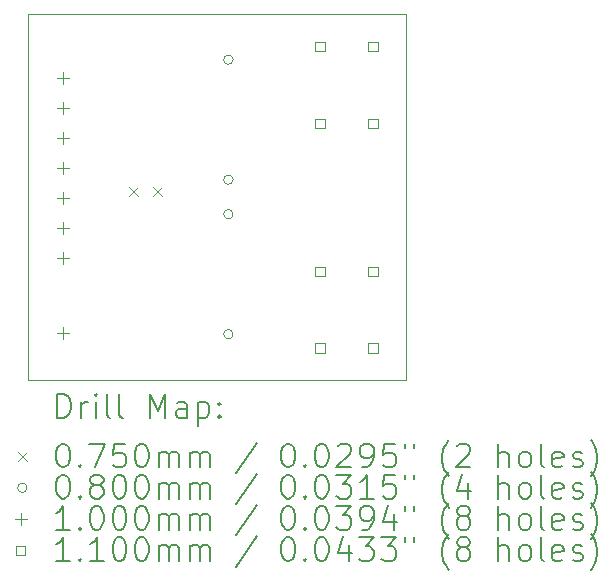
<source format=gbr>
%FSLAX45Y45*%
G04 Gerber Fmt 4.5, Leading zero omitted, Abs format (unit mm)*
G04 Created by KiCad (PCBNEW 6.0.2+dfsg-1) date 2022-12-03 12:38:54*
%MOMM*%
%LPD*%
G01*
G04 APERTURE LIST*
%TA.AperFunction,Profile*%
%ADD10C,0.100000*%
%TD*%
%ADD11C,0.200000*%
%ADD12C,0.075000*%
%ADD13C,0.080000*%
%ADD14C,0.100000*%
%ADD15C,0.110000*%
G04 APERTURE END LIST*
D10*
X13200000Y-6300000D02*
X16400000Y-6300000D01*
X16400000Y-6300000D02*
X16400000Y-9400000D01*
X16400000Y-9400000D02*
X13200000Y-9400000D01*
X13200000Y-9400000D02*
X13200000Y-6300000D01*
D11*
D12*
X14062500Y-7762500D02*
X14137500Y-7837500D01*
X14137500Y-7762500D02*
X14062500Y-7837500D01*
X14262500Y-7762500D02*
X14337500Y-7837500D01*
X14337500Y-7762500D02*
X14262500Y-7837500D01*
D13*
X14940000Y-6684000D02*
G75*
G03*
X14940000Y-6684000I-40000J0D01*
G01*
X14940000Y-7700000D02*
G75*
G03*
X14940000Y-7700000I-40000J0D01*
G01*
X14940000Y-7992000D02*
G75*
G03*
X14940000Y-7992000I-40000J0D01*
G01*
X14940000Y-9008000D02*
G75*
G03*
X14940000Y-9008000I-40000J0D01*
G01*
D14*
X13500000Y-6787500D02*
X13500000Y-6887500D01*
X13450000Y-6837500D02*
X13550000Y-6837500D01*
X13500000Y-7041500D02*
X13500000Y-7141500D01*
X13450000Y-7091500D02*
X13550000Y-7091500D01*
X13500000Y-7295500D02*
X13500000Y-7395500D01*
X13450000Y-7345500D02*
X13550000Y-7345500D01*
X13500000Y-7549500D02*
X13500000Y-7649500D01*
X13450000Y-7599500D02*
X13550000Y-7599500D01*
X13500000Y-7803500D02*
X13500000Y-7903500D01*
X13450000Y-7853500D02*
X13550000Y-7853500D01*
X13500000Y-8057500D02*
X13500000Y-8157500D01*
X13450000Y-8107500D02*
X13550000Y-8107500D01*
X13500000Y-8311500D02*
X13500000Y-8411500D01*
X13450000Y-8361500D02*
X13550000Y-8361500D01*
X13500000Y-8950000D02*
X13500000Y-9050000D01*
X13450000Y-9000000D02*
X13550000Y-9000000D01*
D15*
X15713891Y-6613891D02*
X15713891Y-6536109D01*
X15636109Y-6536109D01*
X15636109Y-6613891D01*
X15713891Y-6613891D01*
X15713891Y-7263891D02*
X15713891Y-7186109D01*
X15636109Y-7186109D01*
X15636109Y-7263891D01*
X15713891Y-7263891D01*
X15713891Y-8513891D02*
X15713891Y-8436109D01*
X15636109Y-8436109D01*
X15636109Y-8513891D01*
X15713891Y-8513891D01*
X15713891Y-9163891D02*
X15713891Y-9086109D01*
X15636109Y-9086109D01*
X15636109Y-9163891D01*
X15713891Y-9163891D01*
X16163891Y-6613891D02*
X16163891Y-6536109D01*
X16086109Y-6536109D01*
X16086109Y-6613891D01*
X16163891Y-6613891D01*
X16163891Y-7263891D02*
X16163891Y-7186109D01*
X16086109Y-7186109D01*
X16086109Y-7263891D01*
X16163891Y-7263891D01*
X16163891Y-8513891D02*
X16163891Y-8436109D01*
X16086109Y-8436109D01*
X16086109Y-8513891D01*
X16163891Y-8513891D01*
X16163891Y-9163891D02*
X16163891Y-9086109D01*
X16086109Y-9086109D01*
X16086109Y-9163891D01*
X16163891Y-9163891D01*
D11*
X13452619Y-9715476D02*
X13452619Y-9515476D01*
X13500238Y-9515476D01*
X13528809Y-9525000D01*
X13547857Y-9544048D01*
X13557381Y-9563095D01*
X13566905Y-9601190D01*
X13566905Y-9629762D01*
X13557381Y-9667857D01*
X13547857Y-9686905D01*
X13528809Y-9705952D01*
X13500238Y-9715476D01*
X13452619Y-9715476D01*
X13652619Y-9715476D02*
X13652619Y-9582143D01*
X13652619Y-9620238D02*
X13662143Y-9601190D01*
X13671667Y-9591667D01*
X13690714Y-9582143D01*
X13709762Y-9582143D01*
X13776428Y-9715476D02*
X13776428Y-9582143D01*
X13776428Y-9515476D02*
X13766905Y-9525000D01*
X13776428Y-9534524D01*
X13785952Y-9525000D01*
X13776428Y-9515476D01*
X13776428Y-9534524D01*
X13900238Y-9715476D02*
X13881190Y-9705952D01*
X13871667Y-9686905D01*
X13871667Y-9515476D01*
X14005000Y-9715476D02*
X13985952Y-9705952D01*
X13976428Y-9686905D01*
X13976428Y-9515476D01*
X14233571Y-9715476D02*
X14233571Y-9515476D01*
X14300238Y-9658333D01*
X14366905Y-9515476D01*
X14366905Y-9715476D01*
X14547857Y-9715476D02*
X14547857Y-9610714D01*
X14538333Y-9591667D01*
X14519286Y-9582143D01*
X14481190Y-9582143D01*
X14462143Y-9591667D01*
X14547857Y-9705952D02*
X14528809Y-9715476D01*
X14481190Y-9715476D01*
X14462143Y-9705952D01*
X14452619Y-9686905D01*
X14452619Y-9667857D01*
X14462143Y-9648810D01*
X14481190Y-9639286D01*
X14528809Y-9639286D01*
X14547857Y-9629762D01*
X14643095Y-9582143D02*
X14643095Y-9782143D01*
X14643095Y-9591667D02*
X14662143Y-9582143D01*
X14700238Y-9582143D01*
X14719286Y-9591667D01*
X14728809Y-9601190D01*
X14738333Y-9620238D01*
X14738333Y-9677381D01*
X14728809Y-9696429D01*
X14719286Y-9705952D01*
X14700238Y-9715476D01*
X14662143Y-9715476D01*
X14643095Y-9705952D01*
X14824048Y-9696429D02*
X14833571Y-9705952D01*
X14824048Y-9715476D01*
X14814524Y-9705952D01*
X14824048Y-9696429D01*
X14824048Y-9715476D01*
X14824048Y-9591667D02*
X14833571Y-9601190D01*
X14824048Y-9610714D01*
X14814524Y-9601190D01*
X14824048Y-9591667D01*
X14824048Y-9610714D01*
D12*
X13120000Y-10007500D02*
X13195000Y-10082500D01*
X13195000Y-10007500D02*
X13120000Y-10082500D01*
D11*
X13490714Y-9935476D02*
X13509762Y-9935476D01*
X13528809Y-9945000D01*
X13538333Y-9954524D01*
X13547857Y-9973571D01*
X13557381Y-10011667D01*
X13557381Y-10059286D01*
X13547857Y-10097381D01*
X13538333Y-10116429D01*
X13528809Y-10125952D01*
X13509762Y-10135476D01*
X13490714Y-10135476D01*
X13471667Y-10125952D01*
X13462143Y-10116429D01*
X13452619Y-10097381D01*
X13443095Y-10059286D01*
X13443095Y-10011667D01*
X13452619Y-9973571D01*
X13462143Y-9954524D01*
X13471667Y-9945000D01*
X13490714Y-9935476D01*
X13643095Y-10116429D02*
X13652619Y-10125952D01*
X13643095Y-10135476D01*
X13633571Y-10125952D01*
X13643095Y-10116429D01*
X13643095Y-10135476D01*
X13719286Y-9935476D02*
X13852619Y-9935476D01*
X13766905Y-10135476D01*
X14024048Y-9935476D02*
X13928809Y-9935476D01*
X13919286Y-10030714D01*
X13928809Y-10021190D01*
X13947857Y-10011667D01*
X13995476Y-10011667D01*
X14014524Y-10021190D01*
X14024048Y-10030714D01*
X14033571Y-10049762D01*
X14033571Y-10097381D01*
X14024048Y-10116429D01*
X14014524Y-10125952D01*
X13995476Y-10135476D01*
X13947857Y-10135476D01*
X13928809Y-10125952D01*
X13919286Y-10116429D01*
X14157381Y-9935476D02*
X14176428Y-9935476D01*
X14195476Y-9945000D01*
X14205000Y-9954524D01*
X14214524Y-9973571D01*
X14224048Y-10011667D01*
X14224048Y-10059286D01*
X14214524Y-10097381D01*
X14205000Y-10116429D01*
X14195476Y-10125952D01*
X14176428Y-10135476D01*
X14157381Y-10135476D01*
X14138333Y-10125952D01*
X14128809Y-10116429D01*
X14119286Y-10097381D01*
X14109762Y-10059286D01*
X14109762Y-10011667D01*
X14119286Y-9973571D01*
X14128809Y-9954524D01*
X14138333Y-9945000D01*
X14157381Y-9935476D01*
X14309762Y-10135476D02*
X14309762Y-10002143D01*
X14309762Y-10021190D02*
X14319286Y-10011667D01*
X14338333Y-10002143D01*
X14366905Y-10002143D01*
X14385952Y-10011667D01*
X14395476Y-10030714D01*
X14395476Y-10135476D01*
X14395476Y-10030714D02*
X14405000Y-10011667D01*
X14424048Y-10002143D01*
X14452619Y-10002143D01*
X14471667Y-10011667D01*
X14481190Y-10030714D01*
X14481190Y-10135476D01*
X14576428Y-10135476D02*
X14576428Y-10002143D01*
X14576428Y-10021190D02*
X14585952Y-10011667D01*
X14605000Y-10002143D01*
X14633571Y-10002143D01*
X14652619Y-10011667D01*
X14662143Y-10030714D01*
X14662143Y-10135476D01*
X14662143Y-10030714D02*
X14671667Y-10011667D01*
X14690714Y-10002143D01*
X14719286Y-10002143D01*
X14738333Y-10011667D01*
X14747857Y-10030714D01*
X14747857Y-10135476D01*
X15138333Y-9925952D02*
X14966905Y-10183095D01*
X15395476Y-9935476D02*
X15414524Y-9935476D01*
X15433571Y-9945000D01*
X15443095Y-9954524D01*
X15452619Y-9973571D01*
X15462143Y-10011667D01*
X15462143Y-10059286D01*
X15452619Y-10097381D01*
X15443095Y-10116429D01*
X15433571Y-10125952D01*
X15414524Y-10135476D01*
X15395476Y-10135476D01*
X15376428Y-10125952D01*
X15366905Y-10116429D01*
X15357381Y-10097381D01*
X15347857Y-10059286D01*
X15347857Y-10011667D01*
X15357381Y-9973571D01*
X15366905Y-9954524D01*
X15376428Y-9945000D01*
X15395476Y-9935476D01*
X15547857Y-10116429D02*
X15557381Y-10125952D01*
X15547857Y-10135476D01*
X15538333Y-10125952D01*
X15547857Y-10116429D01*
X15547857Y-10135476D01*
X15681190Y-9935476D02*
X15700238Y-9935476D01*
X15719286Y-9945000D01*
X15728809Y-9954524D01*
X15738333Y-9973571D01*
X15747857Y-10011667D01*
X15747857Y-10059286D01*
X15738333Y-10097381D01*
X15728809Y-10116429D01*
X15719286Y-10125952D01*
X15700238Y-10135476D01*
X15681190Y-10135476D01*
X15662143Y-10125952D01*
X15652619Y-10116429D01*
X15643095Y-10097381D01*
X15633571Y-10059286D01*
X15633571Y-10011667D01*
X15643095Y-9973571D01*
X15652619Y-9954524D01*
X15662143Y-9945000D01*
X15681190Y-9935476D01*
X15824048Y-9954524D02*
X15833571Y-9945000D01*
X15852619Y-9935476D01*
X15900238Y-9935476D01*
X15919286Y-9945000D01*
X15928809Y-9954524D01*
X15938333Y-9973571D01*
X15938333Y-9992619D01*
X15928809Y-10021190D01*
X15814524Y-10135476D01*
X15938333Y-10135476D01*
X16033571Y-10135476D02*
X16071667Y-10135476D01*
X16090714Y-10125952D01*
X16100238Y-10116429D01*
X16119286Y-10087857D01*
X16128809Y-10049762D01*
X16128809Y-9973571D01*
X16119286Y-9954524D01*
X16109762Y-9945000D01*
X16090714Y-9935476D01*
X16052619Y-9935476D01*
X16033571Y-9945000D01*
X16024048Y-9954524D01*
X16014524Y-9973571D01*
X16014524Y-10021190D01*
X16024048Y-10040238D01*
X16033571Y-10049762D01*
X16052619Y-10059286D01*
X16090714Y-10059286D01*
X16109762Y-10049762D01*
X16119286Y-10040238D01*
X16128809Y-10021190D01*
X16309762Y-9935476D02*
X16214524Y-9935476D01*
X16205000Y-10030714D01*
X16214524Y-10021190D01*
X16233571Y-10011667D01*
X16281190Y-10011667D01*
X16300238Y-10021190D01*
X16309762Y-10030714D01*
X16319286Y-10049762D01*
X16319286Y-10097381D01*
X16309762Y-10116429D01*
X16300238Y-10125952D01*
X16281190Y-10135476D01*
X16233571Y-10135476D01*
X16214524Y-10125952D01*
X16205000Y-10116429D01*
X16395476Y-9935476D02*
X16395476Y-9973571D01*
X16471667Y-9935476D02*
X16471667Y-9973571D01*
X16766905Y-10211667D02*
X16757381Y-10202143D01*
X16738333Y-10173571D01*
X16728809Y-10154524D01*
X16719286Y-10125952D01*
X16709762Y-10078333D01*
X16709762Y-10040238D01*
X16719286Y-9992619D01*
X16728809Y-9964048D01*
X16738333Y-9945000D01*
X16757381Y-9916429D01*
X16766905Y-9906905D01*
X16833571Y-9954524D02*
X16843095Y-9945000D01*
X16862143Y-9935476D01*
X16909762Y-9935476D01*
X16928810Y-9945000D01*
X16938333Y-9954524D01*
X16947857Y-9973571D01*
X16947857Y-9992619D01*
X16938333Y-10021190D01*
X16824048Y-10135476D01*
X16947857Y-10135476D01*
X17185952Y-10135476D02*
X17185952Y-9935476D01*
X17271667Y-10135476D02*
X17271667Y-10030714D01*
X17262143Y-10011667D01*
X17243095Y-10002143D01*
X17214524Y-10002143D01*
X17195476Y-10011667D01*
X17185952Y-10021190D01*
X17395476Y-10135476D02*
X17376429Y-10125952D01*
X17366905Y-10116429D01*
X17357381Y-10097381D01*
X17357381Y-10040238D01*
X17366905Y-10021190D01*
X17376429Y-10011667D01*
X17395476Y-10002143D01*
X17424048Y-10002143D01*
X17443095Y-10011667D01*
X17452619Y-10021190D01*
X17462143Y-10040238D01*
X17462143Y-10097381D01*
X17452619Y-10116429D01*
X17443095Y-10125952D01*
X17424048Y-10135476D01*
X17395476Y-10135476D01*
X17576429Y-10135476D02*
X17557381Y-10125952D01*
X17547857Y-10106905D01*
X17547857Y-9935476D01*
X17728810Y-10125952D02*
X17709762Y-10135476D01*
X17671667Y-10135476D01*
X17652619Y-10125952D01*
X17643095Y-10106905D01*
X17643095Y-10030714D01*
X17652619Y-10011667D01*
X17671667Y-10002143D01*
X17709762Y-10002143D01*
X17728810Y-10011667D01*
X17738333Y-10030714D01*
X17738333Y-10049762D01*
X17643095Y-10068810D01*
X17814524Y-10125952D02*
X17833571Y-10135476D01*
X17871667Y-10135476D01*
X17890714Y-10125952D01*
X17900238Y-10106905D01*
X17900238Y-10097381D01*
X17890714Y-10078333D01*
X17871667Y-10068810D01*
X17843095Y-10068810D01*
X17824048Y-10059286D01*
X17814524Y-10040238D01*
X17814524Y-10030714D01*
X17824048Y-10011667D01*
X17843095Y-10002143D01*
X17871667Y-10002143D01*
X17890714Y-10011667D01*
X17966905Y-10211667D02*
X17976429Y-10202143D01*
X17995476Y-10173571D01*
X18005000Y-10154524D01*
X18014524Y-10125952D01*
X18024048Y-10078333D01*
X18024048Y-10040238D01*
X18014524Y-9992619D01*
X18005000Y-9964048D01*
X17995476Y-9945000D01*
X17976429Y-9916429D01*
X17966905Y-9906905D01*
D13*
X13195000Y-10309000D02*
G75*
G03*
X13195000Y-10309000I-40000J0D01*
G01*
D11*
X13490714Y-10199476D02*
X13509762Y-10199476D01*
X13528809Y-10209000D01*
X13538333Y-10218524D01*
X13547857Y-10237571D01*
X13557381Y-10275667D01*
X13557381Y-10323286D01*
X13547857Y-10361381D01*
X13538333Y-10380429D01*
X13528809Y-10389952D01*
X13509762Y-10399476D01*
X13490714Y-10399476D01*
X13471667Y-10389952D01*
X13462143Y-10380429D01*
X13452619Y-10361381D01*
X13443095Y-10323286D01*
X13443095Y-10275667D01*
X13452619Y-10237571D01*
X13462143Y-10218524D01*
X13471667Y-10209000D01*
X13490714Y-10199476D01*
X13643095Y-10380429D02*
X13652619Y-10389952D01*
X13643095Y-10399476D01*
X13633571Y-10389952D01*
X13643095Y-10380429D01*
X13643095Y-10399476D01*
X13766905Y-10285190D02*
X13747857Y-10275667D01*
X13738333Y-10266143D01*
X13728809Y-10247095D01*
X13728809Y-10237571D01*
X13738333Y-10218524D01*
X13747857Y-10209000D01*
X13766905Y-10199476D01*
X13805000Y-10199476D01*
X13824048Y-10209000D01*
X13833571Y-10218524D01*
X13843095Y-10237571D01*
X13843095Y-10247095D01*
X13833571Y-10266143D01*
X13824048Y-10275667D01*
X13805000Y-10285190D01*
X13766905Y-10285190D01*
X13747857Y-10294714D01*
X13738333Y-10304238D01*
X13728809Y-10323286D01*
X13728809Y-10361381D01*
X13738333Y-10380429D01*
X13747857Y-10389952D01*
X13766905Y-10399476D01*
X13805000Y-10399476D01*
X13824048Y-10389952D01*
X13833571Y-10380429D01*
X13843095Y-10361381D01*
X13843095Y-10323286D01*
X13833571Y-10304238D01*
X13824048Y-10294714D01*
X13805000Y-10285190D01*
X13966905Y-10199476D02*
X13985952Y-10199476D01*
X14005000Y-10209000D01*
X14014524Y-10218524D01*
X14024048Y-10237571D01*
X14033571Y-10275667D01*
X14033571Y-10323286D01*
X14024048Y-10361381D01*
X14014524Y-10380429D01*
X14005000Y-10389952D01*
X13985952Y-10399476D01*
X13966905Y-10399476D01*
X13947857Y-10389952D01*
X13938333Y-10380429D01*
X13928809Y-10361381D01*
X13919286Y-10323286D01*
X13919286Y-10275667D01*
X13928809Y-10237571D01*
X13938333Y-10218524D01*
X13947857Y-10209000D01*
X13966905Y-10199476D01*
X14157381Y-10199476D02*
X14176428Y-10199476D01*
X14195476Y-10209000D01*
X14205000Y-10218524D01*
X14214524Y-10237571D01*
X14224048Y-10275667D01*
X14224048Y-10323286D01*
X14214524Y-10361381D01*
X14205000Y-10380429D01*
X14195476Y-10389952D01*
X14176428Y-10399476D01*
X14157381Y-10399476D01*
X14138333Y-10389952D01*
X14128809Y-10380429D01*
X14119286Y-10361381D01*
X14109762Y-10323286D01*
X14109762Y-10275667D01*
X14119286Y-10237571D01*
X14128809Y-10218524D01*
X14138333Y-10209000D01*
X14157381Y-10199476D01*
X14309762Y-10399476D02*
X14309762Y-10266143D01*
X14309762Y-10285190D02*
X14319286Y-10275667D01*
X14338333Y-10266143D01*
X14366905Y-10266143D01*
X14385952Y-10275667D01*
X14395476Y-10294714D01*
X14395476Y-10399476D01*
X14395476Y-10294714D02*
X14405000Y-10275667D01*
X14424048Y-10266143D01*
X14452619Y-10266143D01*
X14471667Y-10275667D01*
X14481190Y-10294714D01*
X14481190Y-10399476D01*
X14576428Y-10399476D02*
X14576428Y-10266143D01*
X14576428Y-10285190D02*
X14585952Y-10275667D01*
X14605000Y-10266143D01*
X14633571Y-10266143D01*
X14652619Y-10275667D01*
X14662143Y-10294714D01*
X14662143Y-10399476D01*
X14662143Y-10294714D02*
X14671667Y-10275667D01*
X14690714Y-10266143D01*
X14719286Y-10266143D01*
X14738333Y-10275667D01*
X14747857Y-10294714D01*
X14747857Y-10399476D01*
X15138333Y-10189952D02*
X14966905Y-10447095D01*
X15395476Y-10199476D02*
X15414524Y-10199476D01*
X15433571Y-10209000D01*
X15443095Y-10218524D01*
X15452619Y-10237571D01*
X15462143Y-10275667D01*
X15462143Y-10323286D01*
X15452619Y-10361381D01*
X15443095Y-10380429D01*
X15433571Y-10389952D01*
X15414524Y-10399476D01*
X15395476Y-10399476D01*
X15376428Y-10389952D01*
X15366905Y-10380429D01*
X15357381Y-10361381D01*
X15347857Y-10323286D01*
X15347857Y-10275667D01*
X15357381Y-10237571D01*
X15366905Y-10218524D01*
X15376428Y-10209000D01*
X15395476Y-10199476D01*
X15547857Y-10380429D02*
X15557381Y-10389952D01*
X15547857Y-10399476D01*
X15538333Y-10389952D01*
X15547857Y-10380429D01*
X15547857Y-10399476D01*
X15681190Y-10199476D02*
X15700238Y-10199476D01*
X15719286Y-10209000D01*
X15728809Y-10218524D01*
X15738333Y-10237571D01*
X15747857Y-10275667D01*
X15747857Y-10323286D01*
X15738333Y-10361381D01*
X15728809Y-10380429D01*
X15719286Y-10389952D01*
X15700238Y-10399476D01*
X15681190Y-10399476D01*
X15662143Y-10389952D01*
X15652619Y-10380429D01*
X15643095Y-10361381D01*
X15633571Y-10323286D01*
X15633571Y-10275667D01*
X15643095Y-10237571D01*
X15652619Y-10218524D01*
X15662143Y-10209000D01*
X15681190Y-10199476D01*
X15814524Y-10199476D02*
X15938333Y-10199476D01*
X15871667Y-10275667D01*
X15900238Y-10275667D01*
X15919286Y-10285190D01*
X15928809Y-10294714D01*
X15938333Y-10313762D01*
X15938333Y-10361381D01*
X15928809Y-10380429D01*
X15919286Y-10389952D01*
X15900238Y-10399476D01*
X15843095Y-10399476D01*
X15824048Y-10389952D01*
X15814524Y-10380429D01*
X16128809Y-10399476D02*
X16014524Y-10399476D01*
X16071667Y-10399476D02*
X16071667Y-10199476D01*
X16052619Y-10228048D01*
X16033571Y-10247095D01*
X16014524Y-10256619D01*
X16309762Y-10199476D02*
X16214524Y-10199476D01*
X16205000Y-10294714D01*
X16214524Y-10285190D01*
X16233571Y-10275667D01*
X16281190Y-10275667D01*
X16300238Y-10285190D01*
X16309762Y-10294714D01*
X16319286Y-10313762D01*
X16319286Y-10361381D01*
X16309762Y-10380429D01*
X16300238Y-10389952D01*
X16281190Y-10399476D01*
X16233571Y-10399476D01*
X16214524Y-10389952D01*
X16205000Y-10380429D01*
X16395476Y-10199476D02*
X16395476Y-10237571D01*
X16471667Y-10199476D02*
X16471667Y-10237571D01*
X16766905Y-10475667D02*
X16757381Y-10466143D01*
X16738333Y-10437571D01*
X16728809Y-10418524D01*
X16719286Y-10389952D01*
X16709762Y-10342333D01*
X16709762Y-10304238D01*
X16719286Y-10256619D01*
X16728809Y-10228048D01*
X16738333Y-10209000D01*
X16757381Y-10180429D01*
X16766905Y-10170905D01*
X16928810Y-10266143D02*
X16928810Y-10399476D01*
X16881190Y-10189952D02*
X16833571Y-10332810D01*
X16957381Y-10332810D01*
X17185952Y-10399476D02*
X17185952Y-10199476D01*
X17271667Y-10399476D02*
X17271667Y-10294714D01*
X17262143Y-10275667D01*
X17243095Y-10266143D01*
X17214524Y-10266143D01*
X17195476Y-10275667D01*
X17185952Y-10285190D01*
X17395476Y-10399476D02*
X17376429Y-10389952D01*
X17366905Y-10380429D01*
X17357381Y-10361381D01*
X17357381Y-10304238D01*
X17366905Y-10285190D01*
X17376429Y-10275667D01*
X17395476Y-10266143D01*
X17424048Y-10266143D01*
X17443095Y-10275667D01*
X17452619Y-10285190D01*
X17462143Y-10304238D01*
X17462143Y-10361381D01*
X17452619Y-10380429D01*
X17443095Y-10389952D01*
X17424048Y-10399476D01*
X17395476Y-10399476D01*
X17576429Y-10399476D02*
X17557381Y-10389952D01*
X17547857Y-10370905D01*
X17547857Y-10199476D01*
X17728810Y-10389952D02*
X17709762Y-10399476D01*
X17671667Y-10399476D01*
X17652619Y-10389952D01*
X17643095Y-10370905D01*
X17643095Y-10294714D01*
X17652619Y-10275667D01*
X17671667Y-10266143D01*
X17709762Y-10266143D01*
X17728810Y-10275667D01*
X17738333Y-10294714D01*
X17738333Y-10313762D01*
X17643095Y-10332810D01*
X17814524Y-10389952D02*
X17833571Y-10399476D01*
X17871667Y-10399476D01*
X17890714Y-10389952D01*
X17900238Y-10370905D01*
X17900238Y-10361381D01*
X17890714Y-10342333D01*
X17871667Y-10332810D01*
X17843095Y-10332810D01*
X17824048Y-10323286D01*
X17814524Y-10304238D01*
X17814524Y-10294714D01*
X17824048Y-10275667D01*
X17843095Y-10266143D01*
X17871667Y-10266143D01*
X17890714Y-10275667D01*
X17966905Y-10475667D02*
X17976429Y-10466143D01*
X17995476Y-10437571D01*
X18005000Y-10418524D01*
X18014524Y-10389952D01*
X18024048Y-10342333D01*
X18024048Y-10304238D01*
X18014524Y-10256619D01*
X18005000Y-10228048D01*
X17995476Y-10209000D01*
X17976429Y-10180429D01*
X17966905Y-10170905D01*
D14*
X13145000Y-10523000D02*
X13145000Y-10623000D01*
X13095000Y-10573000D02*
X13195000Y-10573000D01*
D11*
X13557381Y-10663476D02*
X13443095Y-10663476D01*
X13500238Y-10663476D02*
X13500238Y-10463476D01*
X13481190Y-10492048D01*
X13462143Y-10511095D01*
X13443095Y-10520619D01*
X13643095Y-10644429D02*
X13652619Y-10653952D01*
X13643095Y-10663476D01*
X13633571Y-10653952D01*
X13643095Y-10644429D01*
X13643095Y-10663476D01*
X13776428Y-10463476D02*
X13795476Y-10463476D01*
X13814524Y-10473000D01*
X13824048Y-10482524D01*
X13833571Y-10501571D01*
X13843095Y-10539667D01*
X13843095Y-10587286D01*
X13833571Y-10625381D01*
X13824048Y-10644429D01*
X13814524Y-10653952D01*
X13795476Y-10663476D01*
X13776428Y-10663476D01*
X13757381Y-10653952D01*
X13747857Y-10644429D01*
X13738333Y-10625381D01*
X13728809Y-10587286D01*
X13728809Y-10539667D01*
X13738333Y-10501571D01*
X13747857Y-10482524D01*
X13757381Y-10473000D01*
X13776428Y-10463476D01*
X13966905Y-10463476D02*
X13985952Y-10463476D01*
X14005000Y-10473000D01*
X14014524Y-10482524D01*
X14024048Y-10501571D01*
X14033571Y-10539667D01*
X14033571Y-10587286D01*
X14024048Y-10625381D01*
X14014524Y-10644429D01*
X14005000Y-10653952D01*
X13985952Y-10663476D01*
X13966905Y-10663476D01*
X13947857Y-10653952D01*
X13938333Y-10644429D01*
X13928809Y-10625381D01*
X13919286Y-10587286D01*
X13919286Y-10539667D01*
X13928809Y-10501571D01*
X13938333Y-10482524D01*
X13947857Y-10473000D01*
X13966905Y-10463476D01*
X14157381Y-10463476D02*
X14176428Y-10463476D01*
X14195476Y-10473000D01*
X14205000Y-10482524D01*
X14214524Y-10501571D01*
X14224048Y-10539667D01*
X14224048Y-10587286D01*
X14214524Y-10625381D01*
X14205000Y-10644429D01*
X14195476Y-10653952D01*
X14176428Y-10663476D01*
X14157381Y-10663476D01*
X14138333Y-10653952D01*
X14128809Y-10644429D01*
X14119286Y-10625381D01*
X14109762Y-10587286D01*
X14109762Y-10539667D01*
X14119286Y-10501571D01*
X14128809Y-10482524D01*
X14138333Y-10473000D01*
X14157381Y-10463476D01*
X14309762Y-10663476D02*
X14309762Y-10530143D01*
X14309762Y-10549190D02*
X14319286Y-10539667D01*
X14338333Y-10530143D01*
X14366905Y-10530143D01*
X14385952Y-10539667D01*
X14395476Y-10558714D01*
X14395476Y-10663476D01*
X14395476Y-10558714D02*
X14405000Y-10539667D01*
X14424048Y-10530143D01*
X14452619Y-10530143D01*
X14471667Y-10539667D01*
X14481190Y-10558714D01*
X14481190Y-10663476D01*
X14576428Y-10663476D02*
X14576428Y-10530143D01*
X14576428Y-10549190D02*
X14585952Y-10539667D01*
X14605000Y-10530143D01*
X14633571Y-10530143D01*
X14652619Y-10539667D01*
X14662143Y-10558714D01*
X14662143Y-10663476D01*
X14662143Y-10558714D02*
X14671667Y-10539667D01*
X14690714Y-10530143D01*
X14719286Y-10530143D01*
X14738333Y-10539667D01*
X14747857Y-10558714D01*
X14747857Y-10663476D01*
X15138333Y-10453952D02*
X14966905Y-10711095D01*
X15395476Y-10463476D02*
X15414524Y-10463476D01*
X15433571Y-10473000D01*
X15443095Y-10482524D01*
X15452619Y-10501571D01*
X15462143Y-10539667D01*
X15462143Y-10587286D01*
X15452619Y-10625381D01*
X15443095Y-10644429D01*
X15433571Y-10653952D01*
X15414524Y-10663476D01*
X15395476Y-10663476D01*
X15376428Y-10653952D01*
X15366905Y-10644429D01*
X15357381Y-10625381D01*
X15347857Y-10587286D01*
X15347857Y-10539667D01*
X15357381Y-10501571D01*
X15366905Y-10482524D01*
X15376428Y-10473000D01*
X15395476Y-10463476D01*
X15547857Y-10644429D02*
X15557381Y-10653952D01*
X15547857Y-10663476D01*
X15538333Y-10653952D01*
X15547857Y-10644429D01*
X15547857Y-10663476D01*
X15681190Y-10463476D02*
X15700238Y-10463476D01*
X15719286Y-10473000D01*
X15728809Y-10482524D01*
X15738333Y-10501571D01*
X15747857Y-10539667D01*
X15747857Y-10587286D01*
X15738333Y-10625381D01*
X15728809Y-10644429D01*
X15719286Y-10653952D01*
X15700238Y-10663476D01*
X15681190Y-10663476D01*
X15662143Y-10653952D01*
X15652619Y-10644429D01*
X15643095Y-10625381D01*
X15633571Y-10587286D01*
X15633571Y-10539667D01*
X15643095Y-10501571D01*
X15652619Y-10482524D01*
X15662143Y-10473000D01*
X15681190Y-10463476D01*
X15814524Y-10463476D02*
X15938333Y-10463476D01*
X15871667Y-10539667D01*
X15900238Y-10539667D01*
X15919286Y-10549190D01*
X15928809Y-10558714D01*
X15938333Y-10577762D01*
X15938333Y-10625381D01*
X15928809Y-10644429D01*
X15919286Y-10653952D01*
X15900238Y-10663476D01*
X15843095Y-10663476D01*
X15824048Y-10653952D01*
X15814524Y-10644429D01*
X16033571Y-10663476D02*
X16071667Y-10663476D01*
X16090714Y-10653952D01*
X16100238Y-10644429D01*
X16119286Y-10615857D01*
X16128809Y-10577762D01*
X16128809Y-10501571D01*
X16119286Y-10482524D01*
X16109762Y-10473000D01*
X16090714Y-10463476D01*
X16052619Y-10463476D01*
X16033571Y-10473000D01*
X16024048Y-10482524D01*
X16014524Y-10501571D01*
X16014524Y-10549190D01*
X16024048Y-10568238D01*
X16033571Y-10577762D01*
X16052619Y-10587286D01*
X16090714Y-10587286D01*
X16109762Y-10577762D01*
X16119286Y-10568238D01*
X16128809Y-10549190D01*
X16300238Y-10530143D02*
X16300238Y-10663476D01*
X16252619Y-10453952D02*
X16205000Y-10596810D01*
X16328809Y-10596810D01*
X16395476Y-10463476D02*
X16395476Y-10501571D01*
X16471667Y-10463476D02*
X16471667Y-10501571D01*
X16766905Y-10739667D02*
X16757381Y-10730143D01*
X16738333Y-10701571D01*
X16728809Y-10682524D01*
X16719286Y-10653952D01*
X16709762Y-10606333D01*
X16709762Y-10568238D01*
X16719286Y-10520619D01*
X16728809Y-10492048D01*
X16738333Y-10473000D01*
X16757381Y-10444429D01*
X16766905Y-10434905D01*
X16871667Y-10549190D02*
X16852619Y-10539667D01*
X16843095Y-10530143D01*
X16833571Y-10511095D01*
X16833571Y-10501571D01*
X16843095Y-10482524D01*
X16852619Y-10473000D01*
X16871667Y-10463476D01*
X16909762Y-10463476D01*
X16928810Y-10473000D01*
X16938333Y-10482524D01*
X16947857Y-10501571D01*
X16947857Y-10511095D01*
X16938333Y-10530143D01*
X16928810Y-10539667D01*
X16909762Y-10549190D01*
X16871667Y-10549190D01*
X16852619Y-10558714D01*
X16843095Y-10568238D01*
X16833571Y-10587286D01*
X16833571Y-10625381D01*
X16843095Y-10644429D01*
X16852619Y-10653952D01*
X16871667Y-10663476D01*
X16909762Y-10663476D01*
X16928810Y-10653952D01*
X16938333Y-10644429D01*
X16947857Y-10625381D01*
X16947857Y-10587286D01*
X16938333Y-10568238D01*
X16928810Y-10558714D01*
X16909762Y-10549190D01*
X17185952Y-10663476D02*
X17185952Y-10463476D01*
X17271667Y-10663476D02*
X17271667Y-10558714D01*
X17262143Y-10539667D01*
X17243095Y-10530143D01*
X17214524Y-10530143D01*
X17195476Y-10539667D01*
X17185952Y-10549190D01*
X17395476Y-10663476D02*
X17376429Y-10653952D01*
X17366905Y-10644429D01*
X17357381Y-10625381D01*
X17357381Y-10568238D01*
X17366905Y-10549190D01*
X17376429Y-10539667D01*
X17395476Y-10530143D01*
X17424048Y-10530143D01*
X17443095Y-10539667D01*
X17452619Y-10549190D01*
X17462143Y-10568238D01*
X17462143Y-10625381D01*
X17452619Y-10644429D01*
X17443095Y-10653952D01*
X17424048Y-10663476D01*
X17395476Y-10663476D01*
X17576429Y-10663476D02*
X17557381Y-10653952D01*
X17547857Y-10634905D01*
X17547857Y-10463476D01*
X17728810Y-10653952D02*
X17709762Y-10663476D01*
X17671667Y-10663476D01*
X17652619Y-10653952D01*
X17643095Y-10634905D01*
X17643095Y-10558714D01*
X17652619Y-10539667D01*
X17671667Y-10530143D01*
X17709762Y-10530143D01*
X17728810Y-10539667D01*
X17738333Y-10558714D01*
X17738333Y-10577762D01*
X17643095Y-10596810D01*
X17814524Y-10653952D02*
X17833571Y-10663476D01*
X17871667Y-10663476D01*
X17890714Y-10653952D01*
X17900238Y-10634905D01*
X17900238Y-10625381D01*
X17890714Y-10606333D01*
X17871667Y-10596810D01*
X17843095Y-10596810D01*
X17824048Y-10587286D01*
X17814524Y-10568238D01*
X17814524Y-10558714D01*
X17824048Y-10539667D01*
X17843095Y-10530143D01*
X17871667Y-10530143D01*
X17890714Y-10539667D01*
X17966905Y-10739667D02*
X17976429Y-10730143D01*
X17995476Y-10701571D01*
X18005000Y-10682524D01*
X18014524Y-10653952D01*
X18024048Y-10606333D01*
X18024048Y-10568238D01*
X18014524Y-10520619D01*
X18005000Y-10492048D01*
X17995476Y-10473000D01*
X17976429Y-10444429D01*
X17966905Y-10434905D01*
D15*
X13178891Y-10875891D02*
X13178891Y-10798109D01*
X13101109Y-10798109D01*
X13101109Y-10875891D01*
X13178891Y-10875891D01*
D11*
X13557381Y-10927476D02*
X13443095Y-10927476D01*
X13500238Y-10927476D02*
X13500238Y-10727476D01*
X13481190Y-10756048D01*
X13462143Y-10775095D01*
X13443095Y-10784619D01*
X13643095Y-10908429D02*
X13652619Y-10917952D01*
X13643095Y-10927476D01*
X13633571Y-10917952D01*
X13643095Y-10908429D01*
X13643095Y-10927476D01*
X13843095Y-10927476D02*
X13728809Y-10927476D01*
X13785952Y-10927476D02*
X13785952Y-10727476D01*
X13766905Y-10756048D01*
X13747857Y-10775095D01*
X13728809Y-10784619D01*
X13966905Y-10727476D02*
X13985952Y-10727476D01*
X14005000Y-10737000D01*
X14014524Y-10746524D01*
X14024048Y-10765571D01*
X14033571Y-10803667D01*
X14033571Y-10851286D01*
X14024048Y-10889381D01*
X14014524Y-10908429D01*
X14005000Y-10917952D01*
X13985952Y-10927476D01*
X13966905Y-10927476D01*
X13947857Y-10917952D01*
X13938333Y-10908429D01*
X13928809Y-10889381D01*
X13919286Y-10851286D01*
X13919286Y-10803667D01*
X13928809Y-10765571D01*
X13938333Y-10746524D01*
X13947857Y-10737000D01*
X13966905Y-10727476D01*
X14157381Y-10727476D02*
X14176428Y-10727476D01*
X14195476Y-10737000D01*
X14205000Y-10746524D01*
X14214524Y-10765571D01*
X14224048Y-10803667D01*
X14224048Y-10851286D01*
X14214524Y-10889381D01*
X14205000Y-10908429D01*
X14195476Y-10917952D01*
X14176428Y-10927476D01*
X14157381Y-10927476D01*
X14138333Y-10917952D01*
X14128809Y-10908429D01*
X14119286Y-10889381D01*
X14109762Y-10851286D01*
X14109762Y-10803667D01*
X14119286Y-10765571D01*
X14128809Y-10746524D01*
X14138333Y-10737000D01*
X14157381Y-10727476D01*
X14309762Y-10927476D02*
X14309762Y-10794143D01*
X14309762Y-10813190D02*
X14319286Y-10803667D01*
X14338333Y-10794143D01*
X14366905Y-10794143D01*
X14385952Y-10803667D01*
X14395476Y-10822714D01*
X14395476Y-10927476D01*
X14395476Y-10822714D02*
X14405000Y-10803667D01*
X14424048Y-10794143D01*
X14452619Y-10794143D01*
X14471667Y-10803667D01*
X14481190Y-10822714D01*
X14481190Y-10927476D01*
X14576428Y-10927476D02*
X14576428Y-10794143D01*
X14576428Y-10813190D02*
X14585952Y-10803667D01*
X14605000Y-10794143D01*
X14633571Y-10794143D01*
X14652619Y-10803667D01*
X14662143Y-10822714D01*
X14662143Y-10927476D01*
X14662143Y-10822714D02*
X14671667Y-10803667D01*
X14690714Y-10794143D01*
X14719286Y-10794143D01*
X14738333Y-10803667D01*
X14747857Y-10822714D01*
X14747857Y-10927476D01*
X15138333Y-10717952D02*
X14966905Y-10975095D01*
X15395476Y-10727476D02*
X15414524Y-10727476D01*
X15433571Y-10737000D01*
X15443095Y-10746524D01*
X15452619Y-10765571D01*
X15462143Y-10803667D01*
X15462143Y-10851286D01*
X15452619Y-10889381D01*
X15443095Y-10908429D01*
X15433571Y-10917952D01*
X15414524Y-10927476D01*
X15395476Y-10927476D01*
X15376428Y-10917952D01*
X15366905Y-10908429D01*
X15357381Y-10889381D01*
X15347857Y-10851286D01*
X15347857Y-10803667D01*
X15357381Y-10765571D01*
X15366905Y-10746524D01*
X15376428Y-10737000D01*
X15395476Y-10727476D01*
X15547857Y-10908429D02*
X15557381Y-10917952D01*
X15547857Y-10927476D01*
X15538333Y-10917952D01*
X15547857Y-10908429D01*
X15547857Y-10927476D01*
X15681190Y-10727476D02*
X15700238Y-10727476D01*
X15719286Y-10737000D01*
X15728809Y-10746524D01*
X15738333Y-10765571D01*
X15747857Y-10803667D01*
X15747857Y-10851286D01*
X15738333Y-10889381D01*
X15728809Y-10908429D01*
X15719286Y-10917952D01*
X15700238Y-10927476D01*
X15681190Y-10927476D01*
X15662143Y-10917952D01*
X15652619Y-10908429D01*
X15643095Y-10889381D01*
X15633571Y-10851286D01*
X15633571Y-10803667D01*
X15643095Y-10765571D01*
X15652619Y-10746524D01*
X15662143Y-10737000D01*
X15681190Y-10727476D01*
X15919286Y-10794143D02*
X15919286Y-10927476D01*
X15871667Y-10717952D02*
X15824048Y-10860810D01*
X15947857Y-10860810D01*
X16005000Y-10727476D02*
X16128809Y-10727476D01*
X16062143Y-10803667D01*
X16090714Y-10803667D01*
X16109762Y-10813190D01*
X16119286Y-10822714D01*
X16128809Y-10841762D01*
X16128809Y-10889381D01*
X16119286Y-10908429D01*
X16109762Y-10917952D01*
X16090714Y-10927476D01*
X16033571Y-10927476D01*
X16014524Y-10917952D01*
X16005000Y-10908429D01*
X16195476Y-10727476D02*
X16319286Y-10727476D01*
X16252619Y-10803667D01*
X16281190Y-10803667D01*
X16300238Y-10813190D01*
X16309762Y-10822714D01*
X16319286Y-10841762D01*
X16319286Y-10889381D01*
X16309762Y-10908429D01*
X16300238Y-10917952D01*
X16281190Y-10927476D01*
X16224048Y-10927476D01*
X16205000Y-10917952D01*
X16195476Y-10908429D01*
X16395476Y-10727476D02*
X16395476Y-10765571D01*
X16471667Y-10727476D02*
X16471667Y-10765571D01*
X16766905Y-11003667D02*
X16757381Y-10994143D01*
X16738333Y-10965571D01*
X16728809Y-10946524D01*
X16719286Y-10917952D01*
X16709762Y-10870333D01*
X16709762Y-10832238D01*
X16719286Y-10784619D01*
X16728809Y-10756048D01*
X16738333Y-10737000D01*
X16757381Y-10708429D01*
X16766905Y-10698905D01*
X16871667Y-10813190D02*
X16852619Y-10803667D01*
X16843095Y-10794143D01*
X16833571Y-10775095D01*
X16833571Y-10765571D01*
X16843095Y-10746524D01*
X16852619Y-10737000D01*
X16871667Y-10727476D01*
X16909762Y-10727476D01*
X16928810Y-10737000D01*
X16938333Y-10746524D01*
X16947857Y-10765571D01*
X16947857Y-10775095D01*
X16938333Y-10794143D01*
X16928810Y-10803667D01*
X16909762Y-10813190D01*
X16871667Y-10813190D01*
X16852619Y-10822714D01*
X16843095Y-10832238D01*
X16833571Y-10851286D01*
X16833571Y-10889381D01*
X16843095Y-10908429D01*
X16852619Y-10917952D01*
X16871667Y-10927476D01*
X16909762Y-10927476D01*
X16928810Y-10917952D01*
X16938333Y-10908429D01*
X16947857Y-10889381D01*
X16947857Y-10851286D01*
X16938333Y-10832238D01*
X16928810Y-10822714D01*
X16909762Y-10813190D01*
X17185952Y-10927476D02*
X17185952Y-10727476D01*
X17271667Y-10927476D02*
X17271667Y-10822714D01*
X17262143Y-10803667D01*
X17243095Y-10794143D01*
X17214524Y-10794143D01*
X17195476Y-10803667D01*
X17185952Y-10813190D01*
X17395476Y-10927476D02*
X17376429Y-10917952D01*
X17366905Y-10908429D01*
X17357381Y-10889381D01*
X17357381Y-10832238D01*
X17366905Y-10813190D01*
X17376429Y-10803667D01*
X17395476Y-10794143D01*
X17424048Y-10794143D01*
X17443095Y-10803667D01*
X17452619Y-10813190D01*
X17462143Y-10832238D01*
X17462143Y-10889381D01*
X17452619Y-10908429D01*
X17443095Y-10917952D01*
X17424048Y-10927476D01*
X17395476Y-10927476D01*
X17576429Y-10927476D02*
X17557381Y-10917952D01*
X17547857Y-10898905D01*
X17547857Y-10727476D01*
X17728810Y-10917952D02*
X17709762Y-10927476D01*
X17671667Y-10927476D01*
X17652619Y-10917952D01*
X17643095Y-10898905D01*
X17643095Y-10822714D01*
X17652619Y-10803667D01*
X17671667Y-10794143D01*
X17709762Y-10794143D01*
X17728810Y-10803667D01*
X17738333Y-10822714D01*
X17738333Y-10841762D01*
X17643095Y-10860810D01*
X17814524Y-10917952D02*
X17833571Y-10927476D01*
X17871667Y-10927476D01*
X17890714Y-10917952D01*
X17900238Y-10898905D01*
X17900238Y-10889381D01*
X17890714Y-10870333D01*
X17871667Y-10860810D01*
X17843095Y-10860810D01*
X17824048Y-10851286D01*
X17814524Y-10832238D01*
X17814524Y-10822714D01*
X17824048Y-10803667D01*
X17843095Y-10794143D01*
X17871667Y-10794143D01*
X17890714Y-10803667D01*
X17966905Y-11003667D02*
X17976429Y-10994143D01*
X17995476Y-10965571D01*
X18005000Y-10946524D01*
X18014524Y-10917952D01*
X18024048Y-10870333D01*
X18024048Y-10832238D01*
X18014524Y-10784619D01*
X18005000Y-10756048D01*
X17995476Y-10737000D01*
X17976429Y-10708429D01*
X17966905Y-10698905D01*
M02*

</source>
